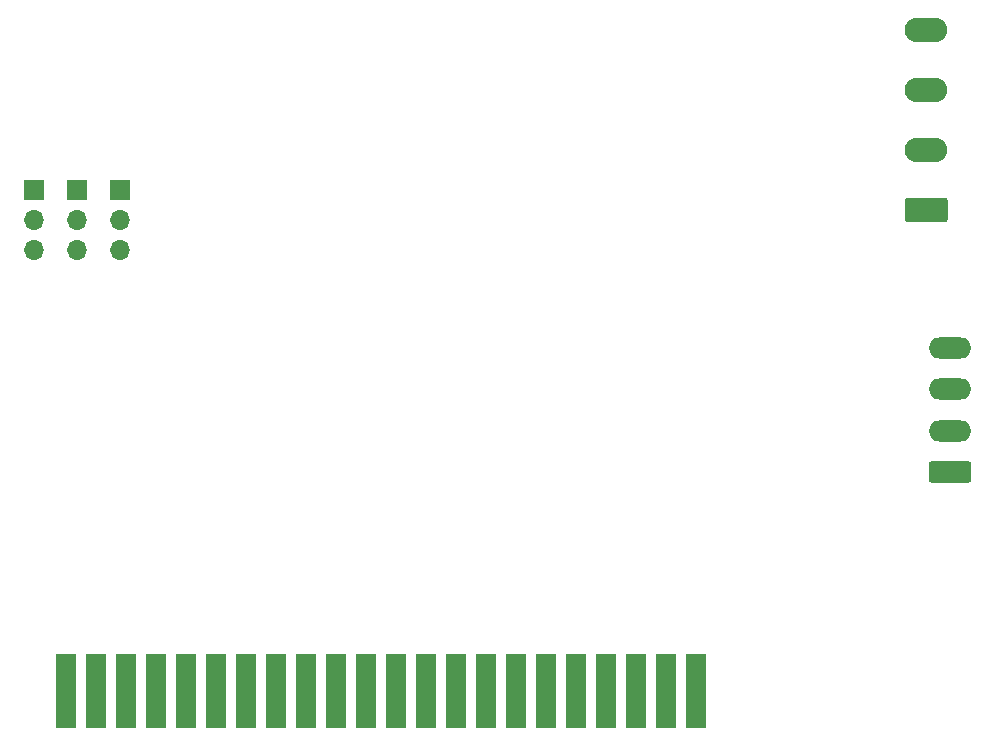
<source format=gbr>
G04 #@! TF.GenerationSoftware,KiCad,Pcbnew,5.0.2-bee76a0~70~ubuntu18.04.1*
G04 #@! TF.CreationDate,2019-10-20T22:12:44-04:00*
G04 #@! TF.ProjectId,Stepper Driver Card,53746570-7065-4722-9044-726976657220,rev?*
G04 #@! TF.SameCoordinates,Original*
G04 #@! TF.FileFunction,Copper,L2,Bot*
G04 #@! TF.FilePolarity,Positive*
%FSLAX46Y46*%
G04 Gerber Fmt 4.6, Leading zero omitted, Abs format (unit mm)*
G04 Created by KiCad (PCBNEW 5.0.2-bee76a0~70~ubuntu18.04.1) date Sun 20 Oct 2019 10:12:44 PM EDT*
%MOMM*%
%LPD*%
G01*
G04 APERTURE LIST*
G04 #@! TA.AperFunction,ComponentPad*
%ADD10O,1.700000X1.700000*%
G04 #@! TD*
G04 #@! TA.AperFunction,ComponentPad*
%ADD11R,1.700000X1.700000*%
G04 #@! TD*
G04 #@! TA.AperFunction,ComponentPad*
%ADD12O,3.600000X2.080000*%
G04 #@! TD*
G04 #@! TA.AperFunction,Conductor*
%ADD13C,0.100000*%
G04 #@! TD*
G04 #@! TA.AperFunction,ComponentPad*
%ADD14C,2.080000*%
G04 #@! TD*
G04 #@! TA.AperFunction,ComponentPad*
%ADD15O,3.600000X1.800000*%
G04 #@! TD*
G04 #@! TA.AperFunction,ComponentPad*
%ADD16C,1.800000*%
G04 #@! TD*
G04 #@! TA.AperFunction,SMDPad,CuDef*
%ADD17R,1.651000X6.350000*%
G04 #@! TD*
G04 APERTURE END LIST*
D10*
G04 #@! TO.P,J2,3*
G04 #@! TO.N,GND*
X105225001Y-79795001D03*
G04 #@! TO.P,J2,2*
G04 #@! TO.N,Net-(J2-Pad2)*
X105225001Y-77255001D03*
D11*
G04 #@! TO.P,J2,1*
G04 #@! TO.N,+3V3*
X105225001Y-74715001D03*
G04 #@! TD*
D10*
G04 #@! TO.P,J3,3*
G04 #@! TO.N,GND*
X108875001Y-79795001D03*
G04 #@! TO.P,J3,2*
G04 #@! TO.N,Net-(J3-Pad2)*
X108875001Y-77255001D03*
D11*
G04 #@! TO.P,J3,1*
G04 #@! TO.N,+3V3*
X108875001Y-74715001D03*
G04 #@! TD*
D10*
G04 #@! TO.P,J4,3*
G04 #@! TO.N,GND*
X112525001Y-79795001D03*
G04 #@! TO.P,J4,2*
G04 #@! TO.N,Net-(J4-Pad2)*
X112525001Y-77255001D03*
D11*
G04 #@! TO.P,J4,1*
G04 #@! TO.N,+3V3*
X112525001Y-74715001D03*
G04 #@! TD*
D12*
G04 #@! TO.P,J5,4*
G04 #@! TO.N,Net-(J5-Pad4)*
X180800000Y-61160000D03*
G04 #@! TO.P,J5,3*
G04 #@! TO.N,Net-(J5-Pad3)*
X180800000Y-66240000D03*
G04 #@! TO.P,J5,2*
G04 #@! TO.N,Net-(J5-Pad2)*
X180800000Y-71320000D03*
D13*
G04 #@! TD*
G04 #@! TO.N,Net-(J5-Pad1)*
G04 #@! TO.C,J5*
G36*
X182374505Y-75361204D02*
X182398773Y-75364804D01*
X182422572Y-75370765D01*
X182445671Y-75379030D01*
X182467850Y-75389520D01*
X182488893Y-75402132D01*
X182508599Y-75416747D01*
X182526777Y-75433223D01*
X182543253Y-75451401D01*
X182557868Y-75471107D01*
X182570480Y-75492150D01*
X182580970Y-75514329D01*
X182589235Y-75537428D01*
X182595196Y-75561227D01*
X182598796Y-75585495D01*
X182600000Y-75609999D01*
X182600000Y-77190001D01*
X182598796Y-77214505D01*
X182595196Y-77238773D01*
X182589235Y-77262572D01*
X182580970Y-77285671D01*
X182570480Y-77307850D01*
X182557868Y-77328893D01*
X182543253Y-77348599D01*
X182526777Y-77366777D01*
X182508599Y-77383253D01*
X182488893Y-77397868D01*
X182467850Y-77410480D01*
X182445671Y-77420970D01*
X182422572Y-77429235D01*
X182398773Y-77435196D01*
X182374505Y-77438796D01*
X182350001Y-77440000D01*
X179249999Y-77440000D01*
X179225495Y-77438796D01*
X179201227Y-77435196D01*
X179177428Y-77429235D01*
X179154329Y-77420970D01*
X179132150Y-77410480D01*
X179111107Y-77397868D01*
X179091401Y-77383253D01*
X179073223Y-77366777D01*
X179056747Y-77348599D01*
X179042132Y-77328893D01*
X179029520Y-77307850D01*
X179019030Y-77285671D01*
X179010765Y-77262572D01*
X179004804Y-77238773D01*
X179001204Y-77214505D01*
X179000000Y-77190001D01*
X179000000Y-75609999D01*
X179001204Y-75585495D01*
X179004804Y-75561227D01*
X179010765Y-75537428D01*
X179019030Y-75514329D01*
X179029520Y-75492150D01*
X179042132Y-75471107D01*
X179056747Y-75451401D01*
X179073223Y-75433223D01*
X179091401Y-75416747D01*
X179111107Y-75402132D01*
X179132150Y-75389520D01*
X179154329Y-75379030D01*
X179177428Y-75370765D01*
X179201227Y-75364804D01*
X179225495Y-75361204D01*
X179249999Y-75360000D01*
X182350001Y-75360000D01*
X182374505Y-75361204D01*
X182374505Y-75361204D01*
G37*
D14*
G04 #@! TO.P,J5,1*
G04 #@! TO.N,Net-(J5-Pad1)*
X180800000Y-76400000D03*
G04 #@! TD*
D15*
G04 #@! TO.P,J6,4*
G04 #@! TO.N,AXIS_LIMIT_SWITCH-*
X182800000Y-88100000D03*
G04 #@! TO.P,J6,3*
G04 #@! TO.N,+3V3*
X182800000Y-91600000D03*
G04 #@! TO.P,J6,2*
G04 #@! TO.N,AXIS_LIMIT_SWITCH+*
X182800000Y-95100000D03*
D13*
G04 #@! TD*
G04 #@! TO.N,+3V3*
G04 #@! TO.C,J6*
G36*
X184374504Y-97701204D02*
X184398773Y-97704804D01*
X184422571Y-97710765D01*
X184445671Y-97719030D01*
X184467849Y-97729520D01*
X184488893Y-97742133D01*
X184508598Y-97756747D01*
X184526777Y-97773223D01*
X184543253Y-97791402D01*
X184557867Y-97811107D01*
X184570480Y-97832151D01*
X184580970Y-97854329D01*
X184589235Y-97877429D01*
X184595196Y-97901227D01*
X184598796Y-97925496D01*
X184600000Y-97950000D01*
X184600000Y-99250000D01*
X184598796Y-99274504D01*
X184595196Y-99298773D01*
X184589235Y-99322571D01*
X184580970Y-99345671D01*
X184570480Y-99367849D01*
X184557867Y-99388893D01*
X184543253Y-99408598D01*
X184526777Y-99426777D01*
X184508598Y-99443253D01*
X184488893Y-99457867D01*
X184467849Y-99470480D01*
X184445671Y-99480970D01*
X184422571Y-99489235D01*
X184398773Y-99495196D01*
X184374504Y-99498796D01*
X184350000Y-99500000D01*
X181250000Y-99500000D01*
X181225496Y-99498796D01*
X181201227Y-99495196D01*
X181177429Y-99489235D01*
X181154329Y-99480970D01*
X181132151Y-99470480D01*
X181111107Y-99457867D01*
X181091402Y-99443253D01*
X181073223Y-99426777D01*
X181056747Y-99408598D01*
X181042133Y-99388893D01*
X181029520Y-99367849D01*
X181019030Y-99345671D01*
X181010765Y-99322571D01*
X181004804Y-99298773D01*
X181001204Y-99274504D01*
X181000000Y-99250000D01*
X181000000Y-97950000D01*
X181001204Y-97925496D01*
X181004804Y-97901227D01*
X181010765Y-97877429D01*
X181019030Y-97854329D01*
X181029520Y-97832151D01*
X181042133Y-97811107D01*
X181056747Y-97791402D01*
X181073223Y-97773223D01*
X181091402Y-97756747D01*
X181111107Y-97742133D01*
X181132151Y-97729520D01*
X181154329Y-97719030D01*
X181177429Y-97710765D01*
X181201227Y-97704804D01*
X181225496Y-97701204D01*
X181250000Y-97700000D01*
X184350000Y-97700000D01*
X184374504Y-97701204D01*
X184374504Y-97701204D01*
G37*
D16*
G04 #@! TO.P,J6,1*
G04 #@! TO.N,+3V3*
X182800000Y-98600000D03*
G04 #@! TD*
D17*
G04 #@! TO.P,J1,44*
G04 #@! TO.N,GND*
X107950000Y-117119400D03*
G04 #@! TO.P,J1,43*
X110490000Y-117119400D03*
G04 #@! TO.P,J1,42*
G04 #@! TO.N,Net-(J1-Pad20)*
X113030000Y-117119400D03*
G04 #@! TO.P,J1,41*
G04 #@! TO.N,Net-(J1-Pad41)*
X115570000Y-117119400D03*
G04 #@! TO.P,J1,40*
G04 #@! TO.N,Net-(J1-Pad40)*
X118110000Y-117119400D03*
G04 #@! TO.P,J1,39*
G04 #@! TO.N,Net-(J1-Pad39)*
X120650000Y-117119400D03*
G04 #@! TO.P,J1,38*
G04 #@! TO.N,Net-(J1-Pad38)*
X123190000Y-117119400D03*
G04 #@! TO.P,J1,37*
G04 #@! TO.N,Net-(J1-Pad37)*
X125730000Y-117119400D03*
G04 #@! TO.P,J1,36*
G04 #@! TO.N,Net-(J1-Pad36)*
X128270000Y-117119400D03*
G04 #@! TO.P,J1,35*
G04 #@! TO.N,Net-(J1-Pad35)*
X130810000Y-117119400D03*
G04 #@! TO.P,J1,34*
G04 #@! TO.N,SPI_CS*
X133350000Y-117119400D03*
G04 #@! TO.P,J1,33*
G04 #@! TO.N,SPI_MOSI*
X135890000Y-117119400D03*
G04 #@! TO.P,J1,32*
G04 #@! TO.N,SPI_MISO*
X138430000Y-117119400D03*
G04 #@! TO.P,J1,31*
G04 #@! TO.N,SPI_SCK*
X140970000Y-117119400D03*
G04 #@! TO.P,J1,30*
G04 #@! TO.N,GND*
X143510000Y-117119400D03*
G04 #@! TO.P,J1,29*
X146050000Y-117119400D03*
G04 #@! TO.P,J1,28*
G04 #@! TO.N,+3V3*
X148590000Y-117119400D03*
G04 #@! TO.P,J1,27*
X151130000Y-117119400D03*
G04 #@! TO.P,J1,26*
G04 #@! TO.N,+5V*
X153670000Y-117119400D03*
G04 #@! TO.P,J1,25*
X156210000Y-117119400D03*
G04 #@! TO.P,J1,24*
G04 #@! TO.N,+24V*
X158750000Y-117119400D03*
G04 #@! TO.P,J1,23*
X161290000Y-117119400D03*
G04 #@! TD*
M02*

</source>
